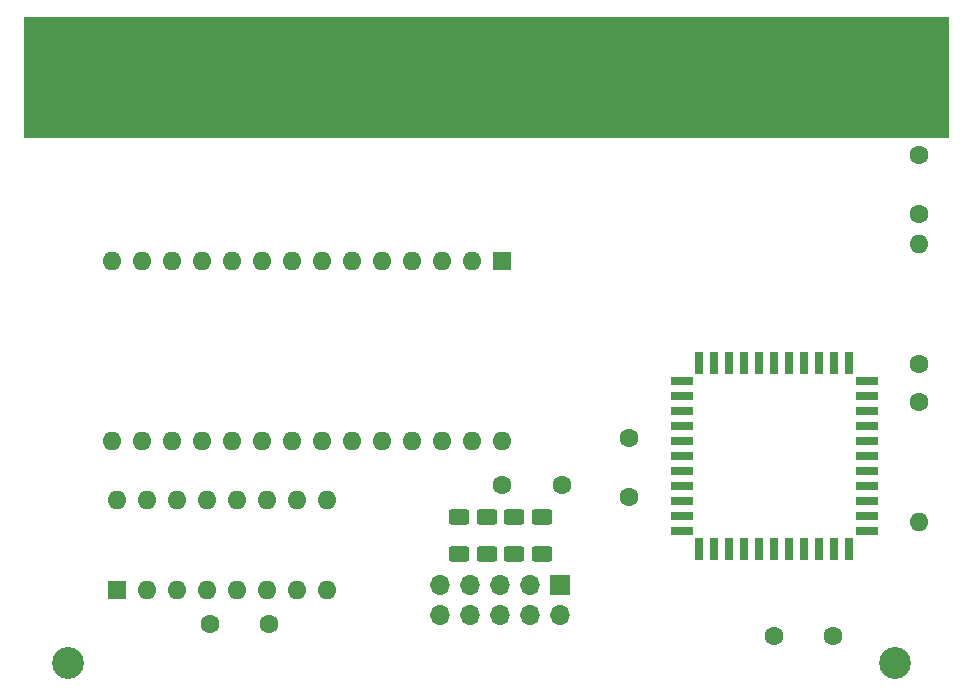
<source format=gbr>
%TF.GenerationSoftware,KiCad,Pcbnew,8.0.9-8.0.9-0~ubuntu24.04.1*%
%TF.CreationDate,2025-04-16T18:13:24-04:00*%
%TF.ProjectId,open_game_module,6f70656e-5f67-4616-9d65-5f6d6f64756c,rev?*%
%TF.SameCoordinates,Original*%
%TF.FileFunction,Soldermask,Top*%
%TF.FilePolarity,Negative*%
%FSLAX46Y46*%
G04 Gerber Fmt 4.6, Leading zero omitted, Abs format (unit mm)*
G04 Created by KiCad (PCBNEW 8.0.9-8.0.9-0~ubuntu24.04.1) date 2025-04-16 18:13:24*
%MOMM*%
%LPD*%
G01*
G04 APERTURE LIST*
G04 Aperture macros list*
%AMRoundRect*
0 Rectangle with rounded corners*
0 $1 Rounding radius*
0 $2 $3 $4 $5 $6 $7 $8 $9 X,Y pos of 4 corners*
0 Add a 4 corners polygon primitive as box body*
4,1,4,$2,$3,$4,$5,$6,$7,$8,$9,$2,$3,0*
0 Add four circle primitives for the rounded corners*
1,1,$1+$1,$2,$3*
1,1,$1+$1,$4,$5*
1,1,$1+$1,$6,$7*
1,1,$1+$1,$8,$9*
0 Add four rect primitives between the rounded corners*
20,1,$1+$1,$2,$3,$4,$5,0*
20,1,$1+$1,$4,$5,$6,$7,0*
20,1,$1+$1,$6,$7,$8,$9,0*
20,1,$1+$1,$8,$9,$2,$3,0*%
G04 Aperture macros list end*
%ADD10C,0.100000*%
%ADD11R,1.700000X1.700000*%
%ADD12O,1.700000X1.700000*%
%ADD13C,1.600000*%
%ADD14RoundRect,0.250000X0.625000X-0.400000X0.625000X0.400000X-0.625000X0.400000X-0.625000X-0.400000X0*%
%ADD15R,1.600000X1.600000*%
%ADD16O,1.600000X1.600000*%
%ADD17R,2.032000X9.906000*%
%ADD18R,1.524000X9.906000*%
%ADD19C,2.700000*%
%ADD20R,0.700000X1.925000*%
%ADD21R,1.925000X0.700000*%
G04 APERTURE END LIST*
%TO.C,J1*%
D10*
X92465000Y-66615000D02*
X170697000Y-66615000D01*
X170697000Y-76775000D01*
X92465000Y-76775000D01*
X92465000Y-66615000D01*
G36*
X92465000Y-66615000D02*
G01*
X170697000Y-66615000D01*
X170697000Y-76775000D01*
X92465000Y-76775000D01*
X92465000Y-66615000D01*
G37*
%TD*%
D11*
%TO.C,J2*%
X137830000Y-114710000D03*
D12*
X137830000Y-117250000D03*
X135290000Y-114710000D03*
X135290000Y-117250000D03*
X132750000Y-114710000D03*
X132750000Y-117250000D03*
X130210000Y-114710000D03*
X130210000Y-117250000D03*
X127670000Y-114710000D03*
X127670000Y-117250000D03*
%TD*%
D13*
%TO.C,C1*%
X133000000Y-106250000D03*
X138000000Y-106250000D03*
%TD*%
%TO.C,C5*%
X168250000Y-78250000D03*
X168250000Y-83250000D03*
%TD*%
D14*
%TO.C,R2*%
X131666668Y-112050000D03*
X131666668Y-108950000D03*
%TD*%
D13*
%TO.C,C2*%
X143750000Y-107256250D03*
X143750000Y-102256250D03*
%TD*%
D14*
%TO.C,R1*%
X129333334Y-112050000D03*
X129333334Y-108950000D03*
%TD*%
D15*
%TO.C,U3*%
X133000000Y-87260000D03*
D16*
X130460000Y-87260000D03*
X127920000Y-87260000D03*
X125380000Y-87260000D03*
X122840000Y-87260000D03*
X120300000Y-87260000D03*
X117760000Y-87260000D03*
X115220000Y-87260000D03*
X112680000Y-87260000D03*
X110140000Y-87260000D03*
X107600000Y-87260000D03*
X105060000Y-87260000D03*
X102520000Y-87260000D03*
X99980000Y-87260000D03*
X99980000Y-102500000D03*
X102520000Y-102500000D03*
X105060000Y-102500000D03*
X107600000Y-102500000D03*
X110140000Y-102500000D03*
X112680000Y-102500000D03*
X115220000Y-102500000D03*
X117760000Y-102500000D03*
X120300000Y-102500000D03*
X122840000Y-102500000D03*
X125380000Y-102500000D03*
X127920000Y-102500000D03*
X130460000Y-102500000D03*
X133000000Y-102500000D03*
%TD*%
D13*
%TO.C,C3*%
X156000000Y-119000000D03*
X161000000Y-119000000D03*
%TD*%
D15*
%TO.C,U2*%
X100350000Y-115130000D03*
D16*
X102890000Y-115130000D03*
X105430000Y-115130000D03*
X107970000Y-115130000D03*
X110510000Y-115130000D03*
X113050000Y-115130000D03*
X115590000Y-115130000D03*
X118130000Y-115130000D03*
X118130000Y-107510000D03*
X115590000Y-107510000D03*
X113050000Y-107510000D03*
X110510000Y-107510000D03*
X107970000Y-107510000D03*
X105430000Y-107510000D03*
X102890000Y-107510000D03*
X100350000Y-107510000D03*
%TD*%
D14*
%TO.C,R3*%
X134000001Y-112050000D03*
X134000001Y-108950000D03*
%TD*%
D17*
%TO.C,J1*%
X95005000Y-71568000D03*
X97037000Y-71568000D03*
D18*
X99831000Y-71568000D03*
X102371000Y-71568000D03*
X104911000Y-71568000D03*
X107451000Y-71568000D03*
X109991000Y-71568000D03*
X112531000Y-71568000D03*
X115071000Y-71568000D03*
X117611000Y-71568000D03*
X120151000Y-71568000D03*
X122691000Y-71568000D03*
X125231000Y-71568000D03*
X127771000Y-71568000D03*
X130311000Y-71568000D03*
X132851000Y-71568000D03*
X135391000Y-71568000D03*
X137931000Y-71568000D03*
X140471000Y-71568000D03*
X143011000Y-71568000D03*
X145551000Y-71568000D03*
X148091000Y-71568000D03*
X150631000Y-71568000D03*
X153171000Y-71568000D03*
X155711000Y-71568000D03*
X158251000Y-71568000D03*
X160791000Y-71568000D03*
X163331000Y-71568000D03*
X165871000Y-71568000D03*
X168411000Y-71568000D03*
%TD*%
D19*
%TO.C,H1*%
X96250000Y-121250000D03*
%TD*%
D20*
%TO.C,U1*%
X156023750Y-95883750D03*
X154753750Y-95883750D03*
X153483750Y-95883750D03*
X152213750Y-95883750D03*
X150943750Y-95883750D03*
X149673750Y-95883750D03*
D21*
X148161250Y-97396250D03*
X148161250Y-98666250D03*
X148161250Y-99936250D03*
X148161250Y-101206250D03*
X148161250Y-102476250D03*
X148161250Y-103746250D03*
X148161250Y-105016250D03*
X148161250Y-106286250D03*
X148161250Y-107556250D03*
X148161250Y-108826250D03*
X148161250Y-110096250D03*
D20*
X149673750Y-111608750D03*
X150943750Y-111608750D03*
X152213750Y-111608750D03*
X153483750Y-111608750D03*
X154753750Y-111608750D03*
X156023750Y-111608750D03*
X157293750Y-111608750D03*
X158563750Y-111608750D03*
X159833750Y-111608750D03*
X161103750Y-111608750D03*
X162373750Y-111608750D03*
D21*
X163886250Y-110096250D03*
X163886250Y-108826250D03*
X163886250Y-107556250D03*
X163886250Y-106286250D03*
X163886250Y-105016250D03*
X163886250Y-103746250D03*
X163886250Y-102476250D03*
X163886250Y-101206250D03*
X163886250Y-99936250D03*
X163886250Y-98666250D03*
X163886250Y-97396250D03*
D20*
X162373750Y-95883750D03*
X161103750Y-95883750D03*
X159833750Y-95883750D03*
X158563750Y-95883750D03*
X157293750Y-95883750D03*
%TD*%
D14*
%TO.C,R4*%
X136333334Y-112050000D03*
X136333334Y-108950000D03*
%TD*%
D13*
%TO.C,C4*%
X108270000Y-118010000D03*
X113270000Y-118010000D03*
%TD*%
%TO.C,R6*%
X168250000Y-96000000D03*
D16*
X168250000Y-85840000D03*
%TD*%
D19*
%TO.C,H2*%
X166250000Y-121250000D03*
%TD*%
D13*
%TO.C,R5*%
X168250000Y-99170000D03*
D16*
X168250000Y-109330000D03*
%TD*%
M02*

</source>
